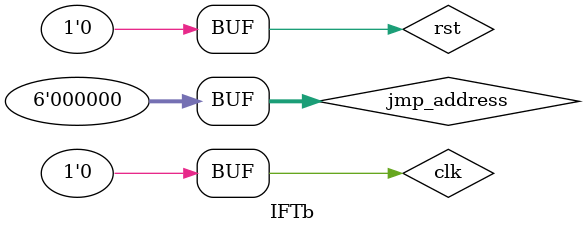
<source format=v>
`timescale 1ns / 1ps


module IFTb;

	// Inputs
	reg clk;
	reg rst;
	reg [5:0] jmp_address;

	// Outputs
	wire [5:0] PCnext;
	wire [31:0] Instruction;

	// Instantiate the Unit Under Test (UUT)
	IF uut (
		.clk(clk), 
		.rst(rst), 
		.jmp_address(jmp_address), 
		.PCnext(PCnext), 
		.Instruction(Instruction)
	);

	initial begin
		// Initialize Inputs
		clk = 0;
		rst = 0;
		jmp_address = 0;

		// Wait 100 ns for global reset to finish
		#50;
		rst = 1;
		
		#50;
		rst = 0;
		
		#50;
		clk = 1;
		
		#50;
		clk = 0;
		
		#50;
		clk = 1;
		
		#50;
		clk = 0;
		
		#50;
		clk = 1;
		
		#50;
		clk = 0;
		
        
		// Add stimulus here

	end
      
endmodule


</source>
